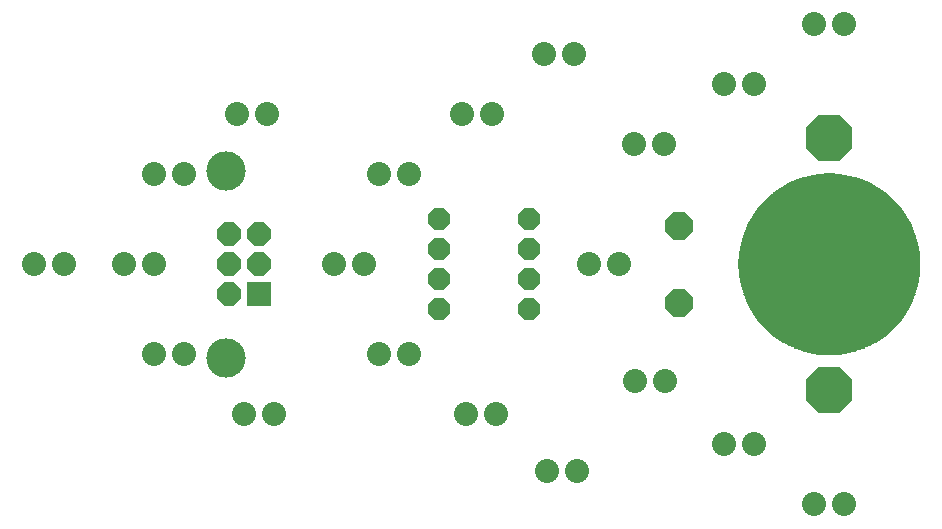
<source format=gbs>
G75*
%MOIN*%
%OFA0B0*%
%FSLAX25Y25*%
%IPPOS*%
%LPD*%
%AMOC8*
5,1,8,0,0,1.08239X$1,22.5*
%
%ADD10C,0.13100*%
%ADD11OC8,0.07400*%
%ADD12OC8,0.15600*%
%ADD13C,0.40600*%
%ADD14C,0.00500*%
%ADD15C,0.08000*%
%ADD16OC8,0.09200*%
%ADD17R,0.08000X0.08000*%
%ADD18OC8,0.08000*%
D10*
X0074750Y0069750D03*
X0074750Y0132250D03*
D11*
X0146000Y0116000D03*
X0146000Y0106000D03*
X0146000Y0096000D03*
X0146000Y0086000D03*
X0176000Y0086000D03*
X0176000Y0096000D03*
X0176000Y0106000D03*
X0176000Y0116000D03*
D12*
X0276000Y0143000D03*
X0276000Y0059000D03*
D13*
X0276000Y0101000D03*
D14*
X0249878Y0115658D02*
X0302122Y0115658D01*
X0301847Y0116156D02*
X0250153Y0116156D01*
X0250429Y0116655D02*
X0301571Y0116655D01*
X0301402Y0116961D02*
X0303029Y0114017D01*
X0304316Y0110908D01*
X0305248Y0107676D01*
X0305811Y0104359D01*
X0306000Y0101000D01*
X0305811Y0097641D01*
X0305248Y0094324D01*
X0304316Y0091092D01*
X0303029Y0087983D01*
X0301402Y0085039D01*
X0299455Y0082295D01*
X0297213Y0079787D01*
X0294705Y0077545D01*
X0291961Y0075598D01*
X0289017Y0073971D01*
X0285908Y0072684D01*
X0282676Y0071752D01*
X0279359Y0071189D01*
X0276000Y0071000D01*
X0272641Y0071189D01*
X0269324Y0071752D01*
X0266092Y0072684D01*
X0262983Y0073971D01*
X0260039Y0075598D01*
X0257295Y0077545D01*
X0254787Y0079787D01*
X0252545Y0082295D01*
X0250598Y0085039D01*
X0248971Y0087983D01*
X0247684Y0091092D01*
X0246752Y0094324D01*
X0246189Y0097641D01*
X0246000Y0101000D01*
X0246189Y0104359D01*
X0246752Y0107676D01*
X0247684Y0110908D01*
X0248971Y0114017D01*
X0250598Y0116961D01*
X0252545Y0119705D01*
X0254787Y0122213D01*
X0257295Y0124455D01*
X0260039Y0126402D01*
X0262983Y0128029D01*
X0266092Y0129316D01*
X0269324Y0130248D01*
X0272641Y0130811D01*
X0276000Y0131000D01*
X0279359Y0130811D01*
X0282676Y0130248D01*
X0285908Y0129316D01*
X0289017Y0128029D01*
X0291961Y0126402D01*
X0294705Y0124455D01*
X0297213Y0122213D01*
X0299455Y0119705D01*
X0301402Y0116961D01*
X0301265Y0117153D02*
X0250735Y0117153D01*
X0251088Y0117652D02*
X0300912Y0117652D01*
X0300558Y0118150D02*
X0251442Y0118150D01*
X0251796Y0118649D02*
X0300204Y0118649D01*
X0299851Y0119147D02*
X0252149Y0119147D01*
X0252503Y0119646D02*
X0299497Y0119646D01*
X0299062Y0120144D02*
X0252938Y0120144D01*
X0253383Y0120643D02*
X0298617Y0120643D01*
X0298171Y0121141D02*
X0253829Y0121141D01*
X0254274Y0121640D02*
X0297726Y0121640D01*
X0297280Y0122138D02*
X0254720Y0122138D01*
X0255261Y0122637D02*
X0296739Y0122637D01*
X0296181Y0123135D02*
X0255819Y0123135D01*
X0256376Y0123634D02*
X0295624Y0123634D01*
X0295066Y0124132D02*
X0256934Y0124132D01*
X0257543Y0124631D02*
X0294457Y0124631D01*
X0293754Y0125129D02*
X0258246Y0125129D01*
X0258948Y0125628D02*
X0293052Y0125628D01*
X0292349Y0126126D02*
X0259651Y0126126D01*
X0260443Y0126625D02*
X0291557Y0126625D01*
X0290655Y0127123D02*
X0261345Y0127123D01*
X0262247Y0127622D02*
X0289753Y0127622D01*
X0288796Y0128120D02*
X0263204Y0128120D01*
X0264407Y0128619D02*
X0287593Y0128619D01*
X0286389Y0129117D02*
X0265611Y0129117D01*
X0267131Y0129616D02*
X0284869Y0129616D01*
X0283139Y0130114D02*
X0268861Y0130114D01*
X0271473Y0130613D02*
X0280527Y0130613D01*
X0302398Y0115159D02*
X0249602Y0115159D01*
X0249327Y0114661D02*
X0302673Y0114661D01*
X0302949Y0114162D02*
X0249051Y0114162D01*
X0248825Y0113664D02*
X0303175Y0113664D01*
X0303382Y0113165D02*
X0248618Y0113165D01*
X0248412Y0112667D02*
X0303588Y0112667D01*
X0303795Y0112168D02*
X0248205Y0112168D01*
X0247999Y0111670D02*
X0304001Y0111670D01*
X0304208Y0111171D02*
X0247792Y0111171D01*
X0247616Y0110672D02*
X0304384Y0110672D01*
X0304528Y0110174D02*
X0247472Y0110174D01*
X0247328Y0109675D02*
X0304672Y0109675D01*
X0304815Y0109177D02*
X0247185Y0109177D01*
X0247041Y0108678D02*
X0304959Y0108678D01*
X0305103Y0108180D02*
X0246897Y0108180D01*
X0246754Y0107681D02*
X0305246Y0107681D01*
X0305332Y0107183D02*
X0246668Y0107183D01*
X0246584Y0106684D02*
X0305416Y0106684D01*
X0305501Y0106186D02*
X0246499Y0106186D01*
X0246414Y0105687D02*
X0305586Y0105687D01*
X0305670Y0105189D02*
X0246330Y0105189D01*
X0246245Y0104690D02*
X0305755Y0104690D01*
X0305821Y0104192D02*
X0246179Y0104192D01*
X0246151Y0103693D02*
X0305849Y0103693D01*
X0305877Y0103195D02*
X0246123Y0103195D01*
X0246095Y0102696D02*
X0305905Y0102696D01*
X0305933Y0102198D02*
X0246067Y0102198D01*
X0246039Y0101699D02*
X0305961Y0101699D01*
X0305989Y0101201D02*
X0246011Y0101201D01*
X0246017Y0100702D02*
X0305983Y0100702D01*
X0305955Y0100204D02*
X0246045Y0100204D01*
X0246073Y0099705D02*
X0305927Y0099705D01*
X0305899Y0099207D02*
X0246101Y0099207D01*
X0246129Y0098708D02*
X0305871Y0098708D01*
X0305843Y0098210D02*
X0246157Y0098210D01*
X0246185Y0097711D02*
X0305815Y0097711D01*
X0305739Y0097213D02*
X0246261Y0097213D01*
X0246346Y0096714D02*
X0305654Y0096714D01*
X0305569Y0096216D02*
X0246431Y0096216D01*
X0246516Y0095717D02*
X0305484Y0095717D01*
X0305400Y0095219D02*
X0246600Y0095219D01*
X0246685Y0094720D02*
X0305315Y0094720D01*
X0305218Y0094222D02*
X0246782Y0094222D01*
X0246925Y0093723D02*
X0305075Y0093723D01*
X0304931Y0093225D02*
X0247069Y0093225D01*
X0247213Y0092726D02*
X0304787Y0092726D01*
X0304644Y0092228D02*
X0247356Y0092228D01*
X0247500Y0091729D02*
X0304500Y0091729D01*
X0304357Y0091231D02*
X0247643Y0091231D01*
X0247832Y0090732D02*
X0304168Y0090732D01*
X0303961Y0090234D02*
X0248039Y0090234D01*
X0248245Y0089735D02*
X0303755Y0089735D01*
X0303548Y0089237D02*
X0248452Y0089237D01*
X0248658Y0088738D02*
X0303342Y0088738D01*
X0303135Y0088239D02*
X0248865Y0088239D01*
X0249105Y0087741D02*
X0302895Y0087741D01*
X0302620Y0087242D02*
X0249380Y0087242D01*
X0249656Y0086744D02*
X0302344Y0086744D01*
X0302068Y0086245D02*
X0249932Y0086245D01*
X0250207Y0085747D02*
X0301793Y0085747D01*
X0301517Y0085248D02*
X0250483Y0085248D01*
X0250803Y0084750D02*
X0301197Y0084750D01*
X0300843Y0084251D02*
X0251157Y0084251D01*
X0251511Y0083753D02*
X0300489Y0083753D01*
X0300135Y0083254D02*
X0251865Y0083254D01*
X0252218Y0082756D02*
X0299782Y0082756D01*
X0299421Y0082257D02*
X0252579Y0082257D01*
X0253024Y0081759D02*
X0298976Y0081759D01*
X0298530Y0081260D02*
X0253470Y0081260D01*
X0253915Y0080762D02*
X0298085Y0080762D01*
X0297639Y0080263D02*
X0254361Y0080263D01*
X0254811Y0079765D02*
X0297189Y0079765D01*
X0296631Y0079266D02*
X0255369Y0079266D01*
X0255927Y0078768D02*
X0296073Y0078768D01*
X0295515Y0078269D02*
X0256485Y0078269D01*
X0257043Y0077771D02*
X0294957Y0077771D01*
X0294320Y0077272D02*
X0257680Y0077272D01*
X0258382Y0076774D02*
X0293618Y0076774D01*
X0292915Y0076275D02*
X0259085Y0076275D01*
X0259788Y0075777D02*
X0292212Y0075777D01*
X0291382Y0075278D02*
X0260618Y0075278D01*
X0261520Y0074780D02*
X0290480Y0074780D01*
X0289578Y0074281D02*
X0262422Y0074281D01*
X0263438Y0073783D02*
X0288562Y0073783D01*
X0287358Y0073284D02*
X0264642Y0073284D01*
X0265845Y0072786D02*
X0286155Y0072786D01*
X0284532Y0072287D02*
X0267468Y0072287D01*
X0269198Y0071789D02*
X0282802Y0071789D01*
X0279956Y0071290D02*
X0272044Y0071290D01*
D15*
X0081000Y0051000D03*
X0091000Y0051000D03*
X0061000Y0071000D03*
X0051000Y0071000D03*
X0051000Y0101000D03*
X0041000Y0101000D03*
X0021000Y0101000D03*
X0011000Y0101000D03*
X0051000Y0131000D03*
X0061000Y0131000D03*
X0078500Y0151000D03*
X0088500Y0151000D03*
X0126000Y0131000D03*
X0136000Y0131000D03*
X0153500Y0151000D03*
X0163500Y0151000D03*
X0181000Y0171000D03*
X0191000Y0171000D03*
X0211000Y0141000D03*
X0221000Y0141000D03*
X0241000Y0161000D03*
X0251000Y0161000D03*
X0271000Y0181000D03*
X0281000Y0181000D03*
X0206000Y0101000D03*
X0196000Y0101000D03*
X0136000Y0071000D03*
X0126000Y0071000D03*
X0154750Y0051000D03*
X0164750Y0051000D03*
X0181915Y0032102D03*
X0191915Y0032102D03*
X0211315Y0062152D03*
X0221315Y0062152D03*
X0241000Y0041000D03*
X0251000Y0041000D03*
X0271000Y0021000D03*
X0281000Y0021000D03*
X0121000Y0101000D03*
X0111000Y0101000D03*
D16*
X0226000Y0088200D03*
X0226000Y0113800D03*
D17*
X0086000Y0091000D03*
D18*
X0076000Y0091000D03*
X0076000Y0101000D03*
X0086000Y0101000D03*
X0086000Y0111000D03*
X0076000Y0111000D03*
M02*

</source>
